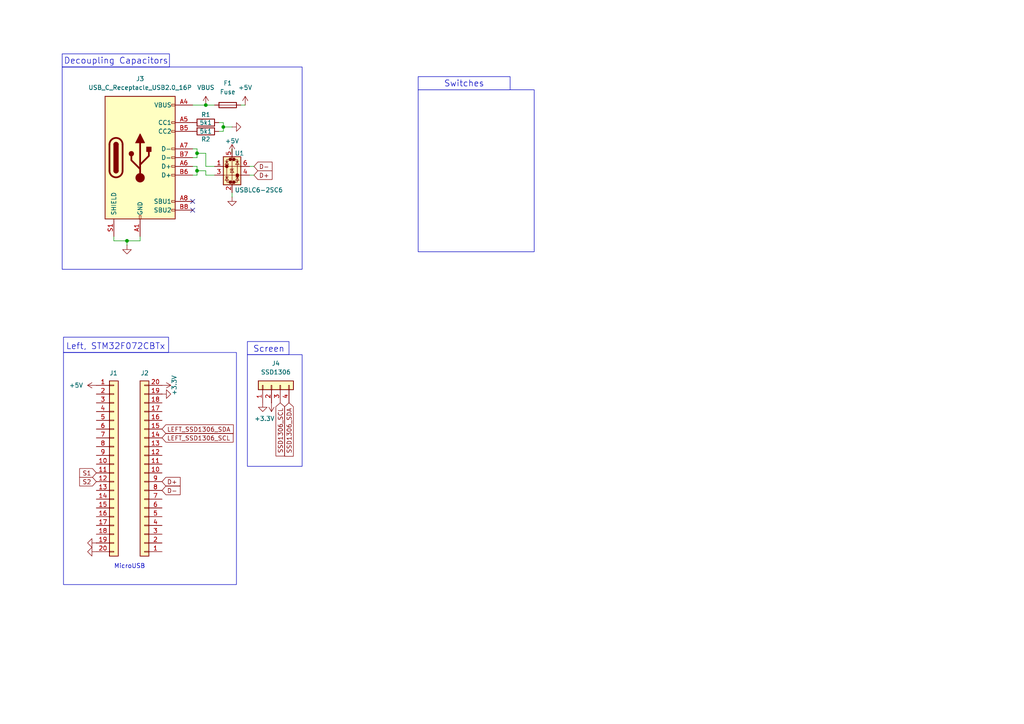
<source format=kicad_sch>
(kicad_sch (version 20231120) (generator "eeschema") (generator_version "8.0")
  (paper "A4")
  (lib_symbols
    (symbol "Connector:USB_C_Receptacle_USB2.0_16P" (pin_names (offset 1.016))
      (property "Reference" "J" (at 0 22.225 0))
      (property "Value" "USB_C_Receptacle_USB2.0_16P" (at 0 19.685 0))
      (symbol "USB_C_Receptacle_USB2.0_16P_0_0"
        (rectangle (start -0.254 -17.78) (end 0.254 -16.764))
        (rectangle (start 10.16 -14.986) (end 9.144 -15.494))
        (rectangle (start 10.16 -12.446) (end 9.144 -12.954))
        (rectangle (start 10.16 -4.826) (end 9.144 -5.334))
        (rectangle (start 10.16 -2.286) (end 9.144 -2.794))
        (rectangle (start 10.16 0.254) (end 9.144 -0.254))
        (rectangle (start 10.16 2.794) (end 9.144 2.286))
        (rectangle (start 10.16 7.874) (end 9.144 7.366))
        (rectangle (start 10.16 10.414) (end 9.144 9.906))
        (rectangle (start 10.16 15.494) (end 9.144 14.986))
      )
      (symbol "USB_C_Receptacle_USB2.0_16P_0_1"
        (rectangle (start -10.16 17.78) (end 10.16 -17.78) (stroke (width 0.254)) (fill (type background)))
        (arc (start -8.89 -3.81) (mid -6.985 -5.7067) (end -5.08 -3.81) (stroke (width 0.508)))
        (arc (start -7.62 -3.81) (mid -6.985 -4.4423) (end -6.35 -3.81) (stroke (width 0.254)))
        (arc (start -7.62 -3.81) (mid -6.985 -4.4423) (end -6.35 -3.81) (stroke (width 0.254)) (fill (type outline)))
        (rectangle (start -7.62 -3.81) (end -6.35 3.81) (stroke (width 0.254)) (fill (type outline)))
        (arc (start -6.35 3.81) (mid -6.985 4.4423) (end -7.62 3.81) (stroke (width 0.254)))
        (arc (start -6.35 3.81) (mid -6.985 4.4423) (end -7.62 3.81) (stroke (width 0.254)) (fill (type outline)))
        (arc (start -5.08 3.81) (mid -6.985 5.7067) (end -8.89 3.81) (stroke (width 0.508)))
        (circle (center -2.54 1.143) (radius 0.635) (stroke (width 0.254)) (fill (type outline)))
        (circle (center 0 -5.842) (radius 1.27) (fill (type outline)))
        (polyline (pts (xy -8.89 -3.81) (xy -8.89 3.81)) (stroke (width 0.508)))
        (polyline (pts (xy -5.08 3.81) (xy -5.08 -3.81)) (stroke (width 0.508)))
        (polyline (pts (xy 0 -5.842) (xy 0 4.318)) (stroke (width 0.508)))
        (polyline (pts (xy 0 -3.302) (xy -2.54 -0.762) (xy -2.54 0.508)) (stroke (width 0.508)))
        (polyline (pts (xy 0 -2.032) (xy 2.54 0.508) (xy 2.54 1.778)) (stroke (width 0.508)))
        (polyline (pts (xy -1.27 4.318) (xy 0 6.858) (xy 1.27 4.318) (xy -1.27 4.318)) (stroke (width 0.254)) (fill (type outline)))
        (rectangle (start 1.905 1.778) (end 3.175 3.048) (stroke (width 0.254)) (fill (type outline)))
      )
      (symbol "USB_C_Receptacle_USB2.0_16P_1_1"
        (pin passive line (at 0 -22.86 90) (length 5.08) (name "GND") (number "A1"))
        (pin passive line (at 0 -22.86 90) (length 5.08) hide (name "GND") (number "A12"))
        (pin passive line (at 15.24 15.24 180) (length 5.08) (name "VBUS") (number "A4"))
        (pin bidirectional line (at 15.24 10.16 180) (length 5.08) (name "CC1") (number "A5"))
        (pin bidirectional line (at 15.24 -2.54 180) (length 5.08) (name "D+") (number "A6"))
        (pin bidirectional line (at 15.24 2.54 180) (length 5.08) (name "D-") (number "A7"))
        (pin bidirectional line (at 15.24 -12.7 180) (length 5.08) (name "SBU1") (number "A8"))
        (pin passive line (at 15.24 15.24 180) (length 5.08) hide (name "VBUS") (number "A9"))
        (pin passive line (at 0 -22.86 90) (length 5.08) hide (name "GND") (number "B1"))
        (pin passive line (at 0 -22.86 90) (length 5.08) hide (name "GND") (number "B12"))
        (pin passive line (at 15.24 15.24 180) (length 5.08) hide (name "VBUS") (number "B4"))
        (pin bidirectional line (at 15.24 7.62 180) (length 5.08) (name "CC2") (number "B5"))
        (pin bidirectional line (at 15.24 -5.08 180) (length 5.08) (name "D+") (number "B6"))
        (pin bidirectional line (at 15.24 0 180) (length 5.08) (name "D-") (number "B7"))
        (pin bidirectional line (at 15.24 -15.24 180) (length 5.08) (name "SBU2") (number "B8"))
        (pin passive line (at 15.24 15.24 180) (length 5.08) hide (name "VBUS") (number "B9"))
        (pin passive line (at -7.62 -22.86 90) (length 5.08) (name "SHIELD") (number "S1"))
      )
    )
    (symbol "Connector_Generic:Conn_01x04" (pin_names (offset 1.016) hide)
      (property "Reference" "J" (at 0 5.08 0))
      (property "Value" "Conn_01x04" (at 0 -7.62 0))
      (symbol "Conn_01x04_1_1"
        (rectangle (start -1.27 -4.953) (end 0 -5.207) (stroke (width 0.1524)))
        (rectangle (start -1.27 -2.413) (end 0 -2.667) (stroke (width 0.1524)))
        (rectangle (start -1.27 0.127) (end 0 -0.127) (stroke (width 0.1524)))
        (rectangle (start -1.27 2.667) (end 0 2.413) (stroke (width 0.1524)))
        (rectangle (start -1.27 3.81) (end 1.27 -6.35) (stroke (width 0.254)) (fill (type background)))
        (pin passive line (at -5.08 2.54 0) (length 3.81) (name "Pin_1") (number "1"))
        (pin passive line (at -5.08 0 0) (length 3.81) (name "Pin_2") (number "2"))
        (pin passive line (at -5.08 -2.54 0) (length 3.81) (name "Pin_3") (number "3"))
        (pin passive line (at -5.08 -5.08 0) (length 3.81) (name "Pin_4") (number "4"))
      )
    )
    (symbol "Connector_Generic:Conn_01x20" (pin_names (offset 1.016) hide)
      (property "Reference" "J" (at 0 25.4 0))
      (property "Value" "Conn_01x20" (at 0 -27.94 0))
      (symbol "Conn_01x20_1_1"
        (rectangle (start -1.27 -25.273) (end 0 -25.527) (stroke (width 0.1524)))
        (rectangle (start -1.27 -22.733) (end 0 -22.987) (stroke (width 0.1524)))
        (rectangle (start -1.27 -20.193) (end 0 -20.447) (stroke (width 0.1524)))
        (rectangle (start -1.27 -17.653) (end 0 -17.907) (stroke (width 0.1524)))
        (rectangle (start -1.27 -15.113) (end 0 -15.367) (stroke (width 0.1524)))
        (rectangle (start -1.27 -12.573) (end 0 -12.827) (stroke (width 0.1524)))
        (rectangle (start -1.27 -10.033) (end 0 -10.287) (stroke (width 0.1524)))
        (rectangle (start -1.27 -7.493) (end 0 -7.747) (stroke (width 0.1524)))
        (rectangle (start -1.27 -4.953) (end 0 -5.207) (stroke (width 0.1524)))
        (rectangle (start -1.27 -2.413) (end 0 -2.667) (stroke (width 0.1524)))
        (rectangle (start -1.27 0.127) (end 0 -0.127) (stroke (width 0.1524)))
        (rectangle (start -1.27 2.667) (end 0 2.413) (stroke (width 0.1524)))
        (rectangle (start -1.27 5.207) (end 0 4.953) (stroke (width 0.1524)))
        (rectangle (start -1.27 7.747) (end 0 7.493) (stroke (width 0.1524)))
        (rectangle (start -1.27 10.287) (end 0 10.033) (stroke (width 0.1524)))
        (rectangle (start -1.27 12.827) (end 0 12.573) (stroke (width 0.1524)))
        (rectangle (start -1.27 15.367) (end 0 15.113) (stroke (width 0.1524)))
        (rectangle (start -1.27 17.907) (end 0 17.653) (stroke (width 0.1524)))
        (rectangle (start -1.27 20.447) (end 0 20.193) (stroke (width 0.1524)))
        (rectangle (start -1.27 22.987) (end 0 22.733) (stroke (width 0.1524)))
        (rectangle (start -1.27 24.13) (end 1.27 -26.67) (stroke (width 0.254)) (fill (type background)))
        (pin passive line (at -5.08 22.86 0) (length 3.81) (name "Pin_1") (number "1"))
        (pin passive line (at -5.08 0 0) (length 3.81) (name "Pin_10") (number "10"))
        (pin passive line (at -5.08 -2.54 0) (length 3.81) (name "Pin_11") (number "11"))
        (pin passive line (at -5.08 -5.08 0) (length 3.81) (name "Pin_12") (number "12"))
        (pin passive line (at -5.08 -7.62 0) (length 3.81) (name "Pin_13") (number "13"))
        (pin passive line (at -5.08 -10.16 0) (length 3.81) (name "Pin_14") (number "14"))
        (pin passive line (at -5.08 -12.7 0) (length 3.81) (name "Pin_15") (number "15"))
        (pin passive line (at -5.08 -15.24 0) (length 3.81) (name "Pin_16") (number "16"))
        (pin passive line (at -5.08 -17.78 0) (length 3.81) (name "Pin_17") (number "17"))
        (pin passive line (at -5.08 -20.32 0) (length 3.81) (name "Pin_18") (number "18"))
        (pin passive line (at -5.08 -22.86 0) (length 3.81) (name "Pin_19") (number "19"))
        (pin passive line (at -5.08 20.32 0) (length 3.81) (name "Pin_2") (number "2"))
        (pin passive line (at -5.08 -25.4 0) (length 3.81) (name "Pin_20") (number "20"))
        (pin passive line (at -5.08 17.78 0) (length 3.81) (name "Pin_3") (number "3"))
        (pin passive line (at -5.08 15.24 0) (length 3.81) (name "Pin_4") (number "4"))
        (pin passive line (at -5.08 12.7 0) (length 3.81) (name "Pin_5") (number "5"))
        (pin passive line (at -5.08 10.16 0) (length 3.81) (name "Pin_6") (number "6"))
        (pin passive line (at -5.08 7.62 0) (length 3.81) (name "Pin_7") (number "7"))
        (pin passive line (at -5.08 5.08 0) (length 3.81) (name "Pin_8") (number "8"))
        (pin passive line (at -5.08 2.54 0) (length 3.81) (name "Pin_9") (number "9"))
      )
    )
    (symbol "Device:Fuse" (pin_numbers hide) (pin_names (offset 0))
      (property "Reference" "F" (at 2.032 0 90))
      (property "Value" "Fuse" (at -1.905 0 90))
      (symbol "Fuse_0_1"
        (rectangle (start -0.762 -2.54) (end 0.762 2.54) (stroke (width 0.254)))
        (polyline (pts (xy 0 2.54) (xy 0 -2.54)))
      )
      (symbol "Fuse_1_1"
        (pin passive line (at 0 3.81 270) (length 1.27) (name "~") (number "1"))
        (pin passive line (at 0 -3.81 90) (length 1.27) (name "~") (number "2"))
      )
    )
    (symbol "Device:R" (pin_numbers hide) (pin_names (offset 0))
      (property "Reference" "R" (at 2.032 0 90))
      (property "Value" "R" (at 0 0 90))
      (symbol "R_0_1"
        (rectangle (start -1.016 -2.54) (end 1.016 2.54) (stroke (width 0.254)))
      )
      (symbol "R_1_1"
        (pin passive line (at 0 3.81 270) (length 1.27) (name "~") (number "1"))
        (pin passive line (at 0 -3.81 90) (length 1.27) (name "~") (number "2"))
      )
    )
    (symbol "Power_Protection:USBLC6-2SC6" (pin_names hide)
      (property "Reference" "U" (at 0.635 5.715 0))
      (property "Value" "USBLC6-2SC6" (at 0.635 3.81 0))
      (symbol "USBLC6-2SC6_0_0"
        (circle (center -1.524 0) (radius 0.0001) (stroke (width 0.508)))
        (circle (center -0.508 -4.572) (radius 0.0001) (stroke (width 0.508)))
        (circle (center -0.508 2.032) (radius 0.0001) (stroke (width 0.508)))
        (circle (center 0.508 -4.572) (radius 0.0001) (stroke (width 0.508)))
        (circle (center 0.508 2.032) (radius 0.0001) (stroke (width 0.508)))
        (circle (center 1.524 -2.54) (radius 0.0001) (stroke (width 0.508)))
      )
      (symbol "USBLC6-2SC6_0_1"
        (polyline (pts (xy -2.54 -2.54) (xy 2.54 -2.54)))
        (polyline (pts (xy -2.54 0) (xy 2.54 0)))
        (polyline (pts (xy -2.032 -3.048) (xy -1.016 -3.048)))
        (polyline (pts (xy -1.016 1.524) (xy -2.032 1.524)))
        (polyline (pts (xy 1.016 -3.048) (xy 2.032 -3.048)))
        (polyline (pts (xy 1.016 1.524) (xy 2.032 1.524)))
        (polyline (pts (xy -0.508 -1.143) (xy -0.508 -0.762) (xy 0.508 -0.762)))
        (polyline (pts (xy -2.032 0.508) (xy -1.016 0.508) (xy -1.524 1.524) (xy -2.032 0.508)))
        (polyline (pts (xy -1.016 -4.064) (xy -2.032 -4.064) (xy -1.524 -3.048) (xy -1.016 -4.064)))
        (polyline (pts (xy 0.508 -1.778) (xy -0.508 -1.778) (xy 0 -0.762) (xy 0.508 -1.778)))
        (polyline (pts (xy 2.032 -4.064) (xy 1.016 -4.064) (xy 1.524 -3.048) (xy 2.032 -4.064)))
        (polyline (pts (xy 2.032 0.508) (xy 1.016 0.508) (xy 1.524 1.524) (xy 2.032 0.508)))
        (polyline (pts (xy 0 2.54) (xy -0.508 2.032) (xy 0.508 2.032) (xy 0 1.524) (xy 0 -4.064) (xy -0.508 -4.572) (xy 0.508 -4.572) (xy 0 -5.08)))
      )
      (symbol "USBLC6-2SC6_1_1"
        (rectangle (start -2.54 2.794) (end 2.54 -5.334) (stroke (width 0.254)) (fill (type background)))
        (polyline (pts (xy -0.508 2.032) (xy -1.524 2.032) (xy -1.524 -4.572) (xy -0.508 -4.572)))
        (polyline (pts (xy 0.508 -4.572) (xy 1.524 -4.572) (xy 1.524 2.032) (xy 0.508 2.032)))
        (pin passive line (at -5.08 0 0) (length 2.54) (name "I/O1") (number "1"))
        (pin passive line (at 0 -7.62 90) (length 2.54) (name "GND") (number "2"))
        (pin passive line (at -5.08 -2.54 0) (length 2.54) (name "I/O2") (number "3"))
        (pin passive line (at 5.08 -2.54 180) (length 2.54) (name "I/O2") (number "4"))
        (pin passive line (at 0 5.08 270) (length 2.54) (name "VBUS") (number "5"))
        (pin passive line (at 5.08 0 180) (length 2.54) (name "I/O1") (number "6"))
      )
    )
    (symbol "power:+3.3V" (power) (pin_numbers hide) (pin_names (offset 0) hide)
      (property "Value" "+3.3V" (at 0 3.556 0))
      (symbol "+3.3V_0_1"
        (polyline (pts (xy -0.762 1.27) (xy 0 2.54)))
        (polyline (pts (xy 0 0) (xy 0 2.54)))
        (polyline (pts (xy 0 2.54) (xy 0.762 1.27)))
      )
      (symbol "+3.3V_1_1"
        (pin power_in line (at 0 0 90) (length 0) (name "~") (number "1"))
      )
    )
    (symbol "power:+5V" (power) (pin_numbers hide) (pin_names (offset 0) hide)
      (property "Value" "+5V" (at 0 3.556 0))
      (symbol "+5V_0_1"
        (polyline (pts (xy -0.762 1.27) (xy 0 2.54)))
        (polyline (pts (xy 0 0) (xy 0 2.54)))
        (polyline (pts (xy 0 2.54) (xy 0.762 1.27)))
      )
      (symbol "+5V_1_1"
        (pin power_in line (at 0 0 90) (length 0) (name "~") (number "1"))
      )
    )
    (symbol "power:GND" (power) (pin_numbers hide) (pin_names (offset 0) hide)
      (property "Value" "GND" (at 0 -3.81 0))
      (symbol "GND_0_1"
        (polyline (pts (xy 0 0) (xy 0 -1.27) (xy 1.27 -1.27) (xy 0 -2.54) (xy -1.27 -1.27) (xy 0 -1.27)))
      )
      (symbol "GND_1_1"
        (pin power_in line (at 0 0 270) (length 0) (name "~") (number "1"))
      )
    )
    (symbol "power:VBUS" (power) (pin_numbers hide) (pin_names (offset 0) hide)
      (property "Value" "VBUS" (at 0 3.556 0))
      (symbol "VBUS_0_1"
        (polyline (pts (xy -0.762 1.27) (xy 0 2.54)))
        (polyline (pts (xy 0 0) (xy 0 2.54)))
        (polyline (pts (xy 0 2.54) (xy 0.762 1.27)))
      )
      (symbol "VBUS_1_1"
        (pin power_in line (at 0 0 90) (length 0) (name "~") (number "1"))
      )
    )
  )
  (junction (at 57.15 49.53))
  (junction (at 64.77 36.83))
  (junction (at 59.69 30.48))
  (junction (at 36.83 69.85))
  (junction (at 57.15 44.45))
  (no_connect (at 55.88 60.96))
  (no_connect (at 55.88 58.42))
  (wire (pts (xy 63.5 38.1) (xy 64.77 38.1)))
  (wire (pts (xy 71.12 30.48) (xy 69.85 30.48)))
  (wire (pts (xy 64.77 36.83) (xy 67.31 36.83)))
  (wire (pts (xy 36.83 71.12) (xy 36.83 69.85)))
  (wire (pts (xy 72.39 50.8) (xy 73.66 50.8)))
  (wire (pts (xy 55.88 45.72) (xy 57.15 45.72)))
  (wire (pts (xy 55.88 30.48) (xy 59.69 30.48)))
  (wire (pts (xy 64.77 35.56) (xy 63.5 35.56)))
  (wire (pts (xy 72.39 48.26) (xy 73.66 48.26)))
  (wire (pts (xy 64.77 36.83) (xy 64.77 35.56)))
  (wire (pts (xy 33.02 69.85) (xy 36.83 69.85)))
  (wire (pts (xy 57.15 49.53) (xy 59.69 49.53)))
  (wire (pts (xy 59.69 49.53) (xy 59.69 50.8)))
  (wire (pts (xy 57.15 50.8) (xy 55.88 50.8)))
  (wire (pts (xy 33.02 68.58) (xy 33.02 69.85)))
  (wire (pts (xy 36.83 69.85) (xy 40.64 69.85)))
  (wire (pts (xy 57.15 43.18) (xy 57.15 44.45)))
  (wire (pts (xy 59.69 50.8) (xy 62.23 50.8)))
  (wire (pts (xy 57.15 44.45) (xy 59.69 44.45)))
  (wire (pts (xy 57.15 44.45) (xy 57.15 45.72)))
  (wire (pts (xy 67.31 55.88) (xy 67.31 57.15)))
  (wire (pts (xy 64.77 38.1) (xy 64.77 36.83)))
  (wire (pts (xy 55.88 48.26) (xy 57.15 48.26)))
  (wire (pts (xy 59.69 30.48) (xy 62.23 30.48)))
  (wire (pts (xy 59.69 48.26) (xy 62.23 48.26)))
  (wire (pts (xy 59.69 44.45) (xy 59.69 48.26)))
  (wire (pts (xy 57.15 48.26) (xy 57.15 49.53)))
  (wire (pts (xy 55.88 43.18) (xy 57.15 43.18)))
  (wire (pts (xy 67.31 43.18) (xy 67.31 44.45)))
  (wire (pts (xy 40.64 69.85) (xy 40.64 68.58)))
  (wire (pts (xy 57.15 49.53) (xy 57.15 50.8)))
  (rectangle (start 121.285 26.035) (end 154.94 73.025))
  (rectangle (start 18.034 19.431) (end 87.63 78.105))
  (rectangle (start 121.285 22.225) (end 147.955 26.035))
  (rectangle (start 18.415 97.79) (end 48.895 102.235))
  (rectangle (start 18.034 15.621) (end 49.149 19.431))
  (rectangle (start 71.755 99.06) (end 83.82 102.87))
  (rectangle (start 71.755 102.87) (end 87.63 135.255))
  (rectangle (start 18.415 102.235) (end 68.58 169.545))
  (text "Left, STM32F072CBTx" (at 33.528 100.584 0) (effects (font (size 1.778 1.778))))
  (text "Switches" (at 134.62 24.384 0) (effects (font (size 1.778 1.778))))
  (text "Decoupling Capacitors" (at 33.655 17.78 0) (effects (font (size 1.778 1.778))))
  (text "Screen" (at 77.978 101.346 0) (effects (font (size 1.778 1.778))))
  (text "MicroUSB" (at 37.592 164.338 0) (effects (font (size 1.27 1.27))))
  (global_label "LEFT_SSD1306_SDA" (shape input) (at 46.99 124.46 0) (property "Intersheetrefs" "${INTERSHEET_REFS}" (effects (hide yes))))
  (global_label "D+" (shape input) (at 46.99 139.7 0) (property "Intersheetrefs" "${INTERSHEET_REFS}" (effects (hide yes))))
  (global_label "D+" (shape input) (at 73.66 50.8 0) (property "Intersheetrefs" "${INTERSHEET_REFS}" (effects (hide yes))))
  (global_label "S2" (shape input) (at 27.94 139.7 180) (property "Intersheetrefs" "${INTERSHEET_REFS}" (effects (hide yes))))
  (global_label "LEFT_SSD1306_SCL" (shape input) (at 46.99 127 0) (property "Intersheetrefs" "${INTERSHEET_REFS}" (effects (hide yes))))
  (global_label "SSD1306_SCL" (shape input) (at 81.28 116.84 270) (property "Intersheetrefs" "${INTERSHEET_REFS}" (effects (hide yes))))
  (global_label "SSD1306_SDA" (shape input) (at 83.82 116.84 270) (property "Intersheetrefs" "${INTERSHEET_REFS}" (effects (hide yes))))
  (global_label "S1" (shape input) (at 27.94 137.16 180) (property "Intersheetrefs" "${INTERSHEET_REFS}" (effects (hide yes))))
  (global_label "D-" (shape input) (at 46.99 142.24 0) (property "Intersheetrefs" "${INTERSHEET_REFS}" (effects (hide yes))))
  (global_label "D-" (shape input) (at 73.66 48.26 0) (property "Intersheetrefs" "${INTERSHEET_REFS}" (effects (hide yes))))
  (symbol (lib_id "power:+5V") (at 67.31 44.45 0) (unit 1)
    (property "Reference" "#PWR08" (effects (hide yes)))
    (property "Value" "+5V" (at 67.31 40.894 0))
    (property "Description" "Power symbol creates a global label with name \"+5V\"" (effects (hide yes)))
  )
  (symbol (lib_id "power:GND") (at 46.99 114.3 90) (unit 1)
    (property "Reference" "#PWR05" (effects (hide yes)))
    (property "Value" "GND" (effects (hide yes)))
    (property "Description" "Power symbol creates a global label with name \"GND\" , ground" (effects (hide yes)))
  )
  (symbol (lib_id "Connector_Generic:Conn_01x04") (at 78.74 111.76 90) (unit 1)
    (property "Reference" "J4" (at 80.01 105.41 90))
    (property "Value" "SSD1306" (at 80.01 107.95 90))
    (property "Description" "Generic connector, single row, 01x04, script generated (kicad-library-utils/schlib/autogen/connector/)" (effects (hide yes)))
  )
  (symbol (lib_id "Device:Fuse") (at 66.04 30.48 90) (unit 1)
    (property "Reference" "F1" (at 66.04 24.13 90))
    (property "Value" "Fuse" (at 66.04 26.67 90))
    (property "Description" "Fuse" (effects (hide yes)))
  )
  (symbol (lib_id "power:VBUS") (at 59.69 30.48 0) (unit 1)
    (property "Reference" "#PWR07" (effects (hide yes)))
    (property "Value" "VBUS" (at 59.69 25.4 0))
    (property "Description" "Power symbol creates a global label with name \"VBUS\"" (effects (hide yes)))
  )
  (symbol (lib_id "Device:R") (at 59.69 35.56 90) (unit 1)
    (property "Reference" "R1" (at 59.69 33.274 90))
    (property "Value" "5k1" (at 59.69 35.56 90))
    (property "Description" "Resistor" (effects (hide yes)))
  )
  (symbol (lib_id "Connector_Generic:Conn_01x20") (at 33.02 134.62 0) (unit 1)
    (property "Reference" "J1" (at 31.75 108.204 0) (effects (justify left)))
    (property "Value" "Conn_01x20" (effects (hide yes)))
    (property "Description" "Generic connector, single row, 01x20, script generated (kicad-library-utils/schlib/autogen/connector/)" (effects (hide yes)))
  )
  (symbol (lib_id "power:+3.3V") (at 78.74 116.84 180) (unit 1)
    (property "Reference" "#PWR015" (effects (hide yes)))
    (property "Value" "+3.3V" (at 76.708 121.412 0))
    (property "Description" "Power symbol creates a global label with name \"+3.3V\"" (effects (hide yes)))
  )
  (symbol (lib_id "power:GND") (at 27.94 160.02 270) (unit 1)
    (property "Reference" "#PWR03" (effects (hide yes)))
    (property "Value" "GND" (effects (hide yes)))
    (property "Description" "Power symbol creates a global label with name \"GND\" , ground" (effects (hide yes)))
  )
  (symbol (lib_id "power:+3.3V") (at 46.99 111.76 270) (unit 1)
    (property "Reference" "#PWR04" (effects (hide yes)))
    (property "Value" "+3.3V" (at 50.546 111.76 0))
    (property "Description" "Power symbol creates a global label with name \"+3.3V\"" (effects (hide yes)))
  )
  (symbol (lib_id "power:+5V") (at 71.12 30.48 0) (unit 1)
    (property "Reference" "#PWR011" (effects (hide yes)))
    (property "Value" "+5V" (at 71.12 25.4 0))
    (property "Description" "Power symbol creates a global label with name \"+5V\"" (effects (hide yes)))
  )
  (symbol (lib_id "power:GND") (at 27.94 157.48 270) (unit 1)
    (property "Reference" "#PWR02" (effects (hide yes)))
    (property "Value" "GND" (effects (hide yes)))
    (property "Description" "Power symbol creates a global label with name \"GND\" , ground" (effects (hide yes)))
  )
  (symbol (lib_id "power:GND") (at 36.83 71.12 0) (unit 1)
    (property "Reference" "#PWR06" (effects (hide yes)))
    (property "Value" "GND" (effects (hide yes)))
    (property "Description" "Power symbol creates a global label with name \"GND\" , ground" (effects (hide yes)))
  )
  (symbol (lib_id "power:GND") (at 67.31 57.15 0) (unit 1)
    (property "Reference" "#PWR09" (effects (hide yes)))
    (property "Value" "GND" (effects (hide yes)))
    (property "Description" "Power symbol creates a global label with name \"GND\" , ground" (effects (hide yes)))
  )
  (symbol (lib_id "Device:R") (at 59.69 38.1 90) (unit 1)
    (property "Reference" "R2" (at 59.69 40.386 90))
    (property "Value" "5k1" (at 59.69 38.1 90))
    (property "Description" "Resistor" (effects (hide yes)))
  )
  (symbol (lib_id "power:GND") (at 67.31 36.83 90) (unit 1)
    (property "Reference" "#PWR010" (effects (hide yes)))
    (property "Value" "GND" (effects (hide yes)))
    (property "Description" "Power symbol creates a global label with name \"GND\" , ground" (effects (hide yes)))
  )
  (symbol (lib_id "power:GND") (at 76.2 116.84 0) (unit 1)
    (property "Reference" "#PWR014" (effects (hide yes)))
    (property "Value" "GND" (effects (hide yes)))
    (property "Description" "Power symbol creates a global label with name \"GND\" , ground" (effects (hide yes)))
  )
  (symbol (lib_id "Connector_Generic:Conn_01x20") (at 41.91 137.16 180) (unit 1)
    (property "Reference" "J2" (at 43.18 108.204 0) (effects (justify left)))
    (property "Value" "Conn_01x20" (effects (hide yes)))
    (property "Description" "Generic connector, single row, 01x20, script generated (kicad-library-utils/schlib/autogen/connector/)" (effects (hide yes)))
  )
  (symbol (lib_id "Connector:USB_C_Receptacle_USB2.0_16P") (at 40.64 45.72 0) (unit 1)
    (property "Reference" "J3" (at 40.64 22.86 0))
    (property "Value" "USB_C_Receptacle_USB2.0_16P" (at 40.64 25.4 0))
    (property "Datasheet" "https://www.usb.org/sites/default/files/documents/usb_type-c.zip" (effects (hide yes)))
    (property "Description" "USB 2.0-only 16P Type-C Receptacle connector" (effects (hide yes)))
  )
  (symbol (lib_id "power:+5V") (at 27.94 111.76 90) (unit 1)
    (property "Reference" "#PWR01" (effects (hide yes)))
    (property "Value" "+5V" (at 24.13 111.7599 90) (effects (justify left)))
    (property "Description" "Power symbol creates a global label with name \"+5V\"" (effects (hide yes)))
  )
  (symbol (lib_id "Power_Protection:USBLC6-2SC6") (at 67.31 48.26 0) (unit 1)
    (property "Reference" "U1" (at 68.072 44.45 0) (effects (justify left)))
    (property "Value" "USBLC6-2SC6" (at 68.072 55.118 0) (effects (justify left)))
    (property "Footprint" "Package_TO_SOT_SMD:SOT-23-6" (effects (hide yes)))
    (property "Datasheet" "https://www.st.com/resource/en/datasheet/usblc6-2.pdf" (effects (hide yes)))
    (property "Description" "Very low capacitance ESD protection diode, 2 data-line, SOT-23-6" (effects (hide yes)))
  )
)
</source>
